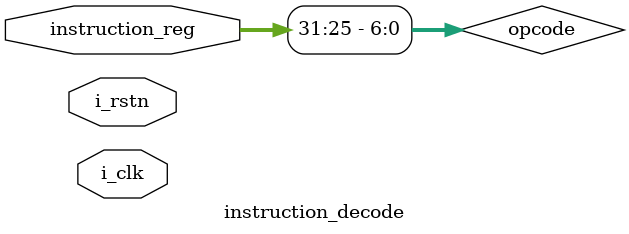
<source format=sv>
module instruction_decode(

    input i_clk,
    input i_rstn,
    input [31:0] instruction_reg
);

wire [6:0] opcode;

assign opcode = instruction_reg[31:25];




endmodule
</source>
